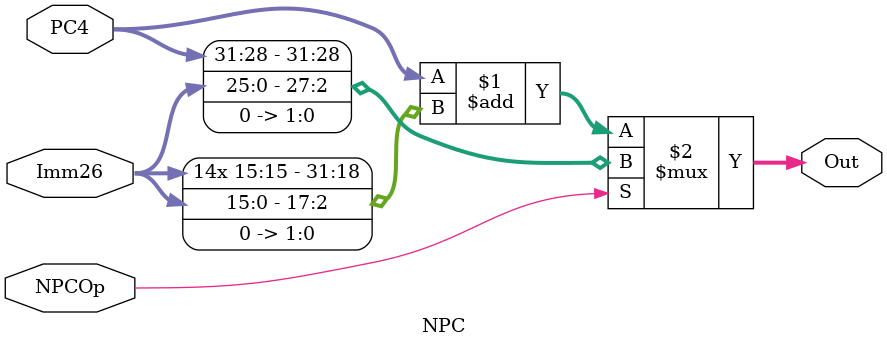
<source format=v>
`timescale 1ns / 1ps
module NPC(
    input NPCOp,
    input [31:0] PC4,
    input [25:0] Imm26,
    output [31:0] Out
    );

	assign Out = NPCOp ? {PC4[31:28], Imm26, 2'b0} : (PC4 + {{14{Imm26[15]}}, Imm26[15:0], 2'b0});

endmodule

</source>
